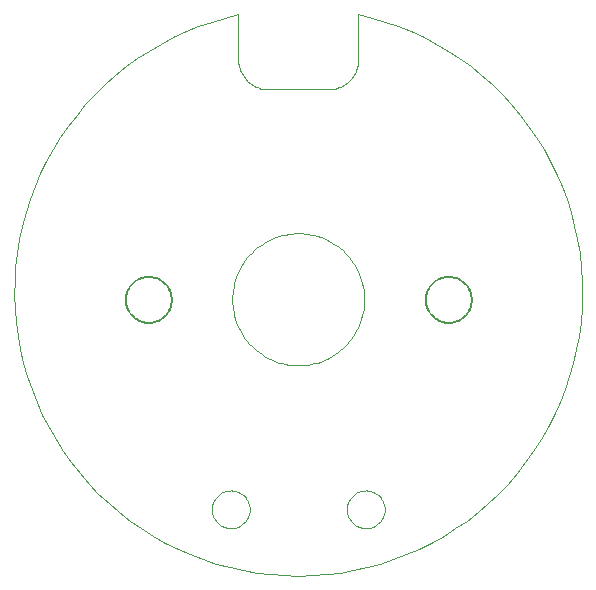
<source format=gbo>
G75*
G70*
%OFA0B0*%
%FSLAX24Y24*%
%IPPOS*%
%LPD*%
%AMOC8*
5,1,8,0,0,1.08239X$1,22.5*
%
%ADD10C,0.0010*%
%ADD11C,0.0000*%
D10*
X003797Y011402D02*
X003799Y011458D01*
X003805Y011513D01*
X003815Y011568D01*
X003829Y011622D01*
X003846Y011675D01*
X003867Y011726D01*
X003892Y011776D01*
X003921Y011824D01*
X003953Y011869D01*
X003988Y011913D01*
X004025Y011954D01*
X004066Y011991D01*
X004110Y012026D01*
X004155Y012058D01*
X004203Y012087D01*
X004253Y012112D01*
X004304Y012133D01*
X004357Y012150D01*
X004411Y012164D01*
X004466Y012174D01*
X004521Y012180D01*
X004577Y012182D01*
X004633Y012180D01*
X004688Y012174D01*
X004743Y012164D01*
X004797Y012150D01*
X004850Y012133D01*
X004901Y012112D01*
X004951Y012087D01*
X004999Y012058D01*
X005044Y012026D01*
X005088Y011991D01*
X005129Y011954D01*
X005166Y011913D01*
X005201Y011869D01*
X005233Y011824D01*
X005262Y011776D01*
X005287Y011726D01*
X005308Y011675D01*
X005325Y011622D01*
X005339Y011568D01*
X005349Y011513D01*
X005355Y011458D01*
X005357Y011402D01*
X005355Y011346D01*
X005349Y011291D01*
X005339Y011236D01*
X005325Y011182D01*
X005308Y011129D01*
X005287Y011078D01*
X005262Y011028D01*
X005233Y010980D01*
X005201Y010935D01*
X005166Y010891D01*
X005129Y010850D01*
X005088Y010813D01*
X005044Y010778D01*
X004999Y010746D01*
X004951Y010717D01*
X004901Y010692D01*
X004850Y010671D01*
X004797Y010654D01*
X004743Y010640D01*
X004688Y010630D01*
X004633Y010624D01*
X004577Y010622D01*
X004521Y010624D01*
X004466Y010630D01*
X004411Y010640D01*
X004357Y010654D01*
X004304Y010671D01*
X004253Y010692D01*
X004203Y010717D01*
X004155Y010746D01*
X004110Y010778D01*
X004066Y010813D01*
X004025Y010850D01*
X003988Y010891D01*
X003953Y010935D01*
X003921Y010980D01*
X003892Y011028D01*
X003867Y011078D01*
X003846Y011129D01*
X003829Y011182D01*
X003815Y011236D01*
X003805Y011291D01*
X003799Y011346D01*
X003797Y011402D01*
X007377Y011402D02*
X007380Y011510D01*
X007388Y011618D01*
X007401Y011725D01*
X007419Y011831D01*
X007443Y011937D01*
X007472Y012041D01*
X007506Y012143D01*
X007544Y012244D01*
X007588Y012343D01*
X007637Y012439D01*
X007690Y012533D01*
X007748Y012624D01*
X007810Y012713D01*
X007876Y012798D01*
X007947Y012879D01*
X008021Y012958D01*
X008100Y013032D01*
X008181Y013103D01*
X008266Y013169D01*
X008355Y013231D01*
X008446Y013289D01*
X008540Y013342D01*
X008636Y013391D01*
X008735Y013435D01*
X008836Y013473D01*
X008938Y013507D01*
X009042Y013536D01*
X009148Y013560D01*
X009254Y013578D01*
X009361Y013591D01*
X009469Y013599D01*
X009577Y013602D01*
X009685Y013599D01*
X009793Y013591D01*
X009900Y013578D01*
X010006Y013560D01*
X010112Y013536D01*
X010216Y013507D01*
X010318Y013473D01*
X010419Y013435D01*
X010518Y013391D01*
X010614Y013342D01*
X010708Y013289D01*
X010799Y013231D01*
X010888Y013169D01*
X010973Y013103D01*
X011054Y013032D01*
X011133Y012958D01*
X011207Y012879D01*
X011278Y012798D01*
X011344Y012713D01*
X011406Y012624D01*
X011464Y012533D01*
X011517Y012439D01*
X011566Y012343D01*
X011610Y012244D01*
X011648Y012143D01*
X011682Y012041D01*
X011711Y011937D01*
X011735Y011831D01*
X011753Y011725D01*
X011766Y011618D01*
X011774Y011510D01*
X011777Y011402D01*
X011774Y011294D01*
X011766Y011186D01*
X011753Y011079D01*
X011735Y010973D01*
X011711Y010867D01*
X011682Y010763D01*
X011648Y010661D01*
X011610Y010560D01*
X011566Y010461D01*
X011517Y010365D01*
X011464Y010271D01*
X011406Y010180D01*
X011344Y010091D01*
X011278Y010006D01*
X011207Y009925D01*
X011133Y009846D01*
X011054Y009772D01*
X010973Y009701D01*
X010888Y009635D01*
X010799Y009573D01*
X010708Y009515D01*
X010614Y009462D01*
X010518Y009413D01*
X010419Y009369D01*
X010318Y009331D01*
X010216Y009297D01*
X010112Y009268D01*
X010006Y009244D01*
X009900Y009226D01*
X009793Y009213D01*
X009685Y009205D01*
X009577Y009202D01*
X009469Y009205D01*
X009361Y009213D01*
X009254Y009226D01*
X009148Y009244D01*
X009042Y009268D01*
X008938Y009297D01*
X008836Y009331D01*
X008735Y009369D01*
X008636Y009413D01*
X008540Y009462D01*
X008446Y009515D01*
X008355Y009573D01*
X008266Y009635D01*
X008181Y009701D01*
X008100Y009772D01*
X008021Y009846D01*
X007947Y009925D01*
X007876Y010006D01*
X007810Y010091D01*
X007748Y010180D01*
X007690Y010271D01*
X007637Y010365D01*
X007588Y010461D01*
X007544Y010560D01*
X007506Y010661D01*
X007472Y010763D01*
X007443Y010867D01*
X007419Y010973D01*
X007401Y011079D01*
X007388Y011186D01*
X007380Y011294D01*
X007377Y011402D01*
X007577Y020902D02*
X007128Y020794D01*
X006685Y020663D01*
X006249Y020511D01*
X005820Y020338D01*
X005401Y020145D01*
X004992Y019931D01*
X004593Y019697D01*
X004206Y019445D01*
X003833Y019173D01*
X003473Y018884D01*
X003127Y018578D01*
X002797Y018255D01*
X002483Y017916D01*
X002185Y017562D01*
X001906Y017195D01*
X001645Y016814D01*
X001402Y016421D01*
X001179Y016016D01*
X000976Y015601D01*
X000794Y015177D01*
X000632Y014744D01*
X000492Y014304D01*
X000374Y013858D01*
X000277Y013406D01*
X000202Y012950D01*
X000150Y012491D01*
X000121Y012030D01*
X000113Y011568D01*
X000129Y011107D01*
X000167Y010646D01*
X000227Y010188D01*
X000309Y009734D01*
X000414Y009284D01*
X000541Y008840D01*
X000688Y008402D01*
X000858Y007972D01*
X001048Y007551D01*
X001258Y007140D01*
X001488Y006739D01*
X001737Y006351D01*
X002005Y005974D01*
X002291Y005612D01*
X002595Y005263D01*
X002915Y004930D01*
X003251Y004613D01*
X003601Y004313D01*
X003967Y004030D01*
X004345Y003766D01*
X004736Y003520D01*
X005139Y003293D01*
X005552Y003087D01*
X005975Y002900D01*
X006406Y002735D01*
X006845Y002591D01*
X007290Y002468D01*
X007741Y002368D01*
X008196Y002289D01*
X008655Y002233D01*
X009115Y002199D01*
X009577Y002188D01*
X010039Y002199D01*
X010499Y002233D01*
X010958Y002289D01*
X011413Y002368D01*
X011864Y002468D01*
X012309Y002591D01*
X012748Y002735D01*
X013179Y002900D01*
X013602Y003087D01*
X014015Y003293D01*
X014418Y003520D01*
X014809Y003766D01*
X015187Y004030D01*
X015553Y004313D01*
X015903Y004613D01*
X016239Y004930D01*
X016559Y005263D01*
X016863Y005612D01*
X017149Y005974D01*
X017417Y006351D01*
X017666Y006739D01*
X017896Y007140D01*
X018106Y007551D01*
X018296Y007972D01*
X018466Y008402D01*
X018613Y008840D01*
X018740Y009284D01*
X018845Y009734D01*
X018927Y010188D01*
X018987Y010646D01*
X019025Y011107D01*
X019041Y011568D01*
X019033Y012030D01*
X019004Y012491D01*
X018952Y012950D01*
X018877Y013406D01*
X018780Y013858D01*
X018662Y014304D01*
X018522Y014744D01*
X018360Y015177D01*
X018178Y015601D01*
X017975Y016016D01*
X017752Y016421D01*
X017509Y016814D01*
X017248Y017195D01*
X016969Y017562D01*
X016671Y017916D01*
X016357Y018255D01*
X016027Y018578D01*
X015681Y018884D01*
X015321Y019173D01*
X014948Y019445D01*
X014561Y019697D01*
X014162Y019931D01*
X013753Y020145D01*
X013334Y020338D01*
X012905Y020511D01*
X012469Y020663D01*
X012026Y020794D01*
X011577Y020902D01*
X011577Y019402D01*
X011575Y019342D01*
X011570Y019281D01*
X011561Y019222D01*
X011548Y019163D01*
X011532Y019104D01*
X011512Y019047D01*
X011489Y018992D01*
X011462Y018937D01*
X011433Y018885D01*
X011400Y018834D01*
X011364Y018785D01*
X011326Y018739D01*
X011284Y018695D01*
X011240Y018653D01*
X011194Y018615D01*
X011145Y018579D01*
X011094Y018546D01*
X011042Y018517D01*
X010987Y018490D01*
X010932Y018467D01*
X010875Y018447D01*
X010816Y018431D01*
X010757Y018418D01*
X010698Y018409D01*
X010637Y018404D01*
X010577Y018402D01*
X008577Y018402D01*
X008517Y018404D01*
X008456Y018409D01*
X008397Y018418D01*
X008338Y018431D01*
X008279Y018447D01*
X008222Y018467D01*
X008167Y018490D01*
X008112Y018517D01*
X008060Y018546D01*
X008009Y018579D01*
X007960Y018615D01*
X007914Y018653D01*
X007870Y018695D01*
X007828Y018739D01*
X007790Y018785D01*
X007754Y018834D01*
X007721Y018885D01*
X007692Y018937D01*
X007665Y018992D01*
X007642Y019047D01*
X007622Y019104D01*
X007606Y019163D01*
X007593Y019222D01*
X007584Y019281D01*
X007579Y019342D01*
X007577Y019402D01*
X007577Y020902D01*
X013797Y011402D02*
X013799Y011458D01*
X013805Y011513D01*
X013815Y011568D01*
X013829Y011622D01*
X013846Y011675D01*
X013867Y011726D01*
X013892Y011776D01*
X013921Y011824D01*
X013953Y011869D01*
X013988Y011913D01*
X014025Y011954D01*
X014066Y011991D01*
X014110Y012026D01*
X014155Y012058D01*
X014203Y012087D01*
X014253Y012112D01*
X014304Y012133D01*
X014357Y012150D01*
X014411Y012164D01*
X014466Y012174D01*
X014521Y012180D01*
X014577Y012182D01*
X014633Y012180D01*
X014688Y012174D01*
X014743Y012164D01*
X014797Y012150D01*
X014850Y012133D01*
X014901Y012112D01*
X014951Y012087D01*
X014999Y012058D01*
X015044Y012026D01*
X015088Y011991D01*
X015129Y011954D01*
X015166Y011913D01*
X015201Y011869D01*
X015233Y011824D01*
X015262Y011776D01*
X015287Y011726D01*
X015308Y011675D01*
X015325Y011622D01*
X015339Y011568D01*
X015349Y011513D01*
X015355Y011458D01*
X015357Y011402D01*
X015355Y011346D01*
X015349Y011291D01*
X015339Y011236D01*
X015325Y011182D01*
X015308Y011129D01*
X015287Y011078D01*
X015262Y011028D01*
X015233Y010980D01*
X015201Y010935D01*
X015166Y010891D01*
X015129Y010850D01*
X015088Y010813D01*
X015044Y010778D01*
X014999Y010746D01*
X014951Y010717D01*
X014901Y010692D01*
X014850Y010671D01*
X014797Y010654D01*
X014743Y010640D01*
X014688Y010630D01*
X014633Y010624D01*
X014577Y010622D01*
X014521Y010624D01*
X014466Y010630D01*
X014411Y010640D01*
X014357Y010654D01*
X014304Y010671D01*
X014253Y010692D01*
X014203Y010717D01*
X014155Y010746D01*
X014110Y010778D01*
X014066Y010813D01*
X014025Y010850D01*
X013988Y010891D01*
X013953Y010935D01*
X013921Y010980D01*
X013892Y011028D01*
X013867Y011078D01*
X013846Y011129D01*
X013829Y011182D01*
X013815Y011236D01*
X013805Y011291D01*
X013799Y011346D01*
X013797Y011402D01*
D11*
X006697Y004402D02*
X006699Y004452D01*
X006705Y004502D01*
X006715Y004551D01*
X006729Y004599D01*
X006746Y004646D01*
X006767Y004691D01*
X006792Y004735D01*
X006820Y004776D01*
X006852Y004815D01*
X006886Y004852D01*
X006923Y004886D01*
X006963Y004916D01*
X007005Y004943D01*
X007049Y004967D01*
X007095Y004988D01*
X007142Y005004D01*
X007190Y005017D01*
X007240Y005026D01*
X007289Y005031D01*
X007340Y005032D01*
X007390Y005029D01*
X007439Y005022D01*
X007488Y005011D01*
X007536Y004996D01*
X007582Y004978D01*
X007627Y004956D01*
X007670Y004930D01*
X007711Y004901D01*
X007750Y004869D01*
X007786Y004834D01*
X007818Y004796D01*
X007848Y004756D01*
X007875Y004713D01*
X007898Y004669D01*
X007917Y004623D01*
X007933Y004575D01*
X007945Y004526D01*
X007953Y004477D01*
X007957Y004427D01*
X007957Y004377D01*
X007953Y004327D01*
X007945Y004278D01*
X007933Y004229D01*
X007917Y004181D01*
X007898Y004135D01*
X007875Y004091D01*
X007848Y004048D01*
X007818Y004008D01*
X007786Y003970D01*
X007750Y003935D01*
X007711Y003903D01*
X007670Y003874D01*
X007627Y003848D01*
X007582Y003826D01*
X007536Y003808D01*
X007488Y003793D01*
X007439Y003782D01*
X007390Y003775D01*
X007340Y003772D01*
X007289Y003773D01*
X007240Y003778D01*
X007190Y003787D01*
X007142Y003800D01*
X007095Y003816D01*
X007049Y003837D01*
X007005Y003861D01*
X006963Y003888D01*
X006923Y003918D01*
X006886Y003952D01*
X006852Y003989D01*
X006820Y004028D01*
X006792Y004069D01*
X006767Y004113D01*
X006746Y004158D01*
X006729Y004205D01*
X006715Y004253D01*
X006705Y004302D01*
X006699Y004352D01*
X006697Y004402D01*
X011197Y004402D02*
X011199Y004452D01*
X011205Y004502D01*
X011215Y004551D01*
X011229Y004599D01*
X011246Y004646D01*
X011267Y004691D01*
X011292Y004735D01*
X011320Y004776D01*
X011352Y004815D01*
X011386Y004852D01*
X011423Y004886D01*
X011463Y004916D01*
X011505Y004943D01*
X011549Y004967D01*
X011595Y004988D01*
X011642Y005004D01*
X011690Y005017D01*
X011740Y005026D01*
X011789Y005031D01*
X011840Y005032D01*
X011890Y005029D01*
X011939Y005022D01*
X011988Y005011D01*
X012036Y004996D01*
X012082Y004978D01*
X012127Y004956D01*
X012170Y004930D01*
X012211Y004901D01*
X012250Y004869D01*
X012286Y004834D01*
X012318Y004796D01*
X012348Y004756D01*
X012375Y004713D01*
X012398Y004669D01*
X012417Y004623D01*
X012433Y004575D01*
X012445Y004526D01*
X012453Y004477D01*
X012457Y004427D01*
X012457Y004377D01*
X012453Y004327D01*
X012445Y004278D01*
X012433Y004229D01*
X012417Y004181D01*
X012398Y004135D01*
X012375Y004091D01*
X012348Y004048D01*
X012318Y004008D01*
X012286Y003970D01*
X012250Y003935D01*
X012211Y003903D01*
X012170Y003874D01*
X012127Y003848D01*
X012082Y003826D01*
X012036Y003808D01*
X011988Y003793D01*
X011939Y003782D01*
X011890Y003775D01*
X011840Y003772D01*
X011789Y003773D01*
X011740Y003778D01*
X011690Y003787D01*
X011642Y003800D01*
X011595Y003816D01*
X011549Y003837D01*
X011505Y003861D01*
X011463Y003888D01*
X011423Y003918D01*
X011386Y003952D01*
X011352Y003989D01*
X011320Y004028D01*
X011292Y004069D01*
X011267Y004113D01*
X011246Y004158D01*
X011229Y004205D01*
X011215Y004253D01*
X011205Y004302D01*
X011199Y004352D01*
X011197Y004402D01*
X013827Y011402D02*
X013829Y011456D01*
X013835Y011510D01*
X013845Y011563D01*
X013858Y011616D01*
X013875Y011667D01*
X013896Y011717D01*
X013921Y011765D01*
X013949Y011812D01*
X013980Y011856D01*
X014014Y011898D01*
X014051Y011937D01*
X014091Y011974D01*
X014134Y012007D01*
X014179Y012038D01*
X014226Y012065D01*
X014274Y012088D01*
X014325Y012108D01*
X014376Y012125D01*
X014429Y012137D01*
X014482Y012146D01*
X014536Y012151D01*
X014591Y012152D01*
X014645Y012149D01*
X014698Y012142D01*
X014751Y012131D01*
X014804Y012117D01*
X014855Y012099D01*
X014904Y012077D01*
X014952Y012052D01*
X014998Y012023D01*
X015042Y011991D01*
X015083Y011956D01*
X015121Y011918D01*
X015157Y011877D01*
X015190Y011834D01*
X015220Y011789D01*
X015246Y011741D01*
X015269Y011692D01*
X015288Y011641D01*
X015303Y011590D01*
X015315Y011537D01*
X015323Y011483D01*
X015327Y011429D01*
X015327Y011375D01*
X015323Y011321D01*
X015315Y011267D01*
X015303Y011214D01*
X015288Y011163D01*
X015269Y011112D01*
X015246Y011063D01*
X015220Y011015D01*
X015190Y010970D01*
X015157Y010927D01*
X015121Y010886D01*
X015083Y010848D01*
X015042Y010813D01*
X014998Y010781D01*
X014952Y010752D01*
X014904Y010727D01*
X014855Y010705D01*
X014804Y010687D01*
X014751Y010673D01*
X014698Y010662D01*
X014645Y010655D01*
X014591Y010652D01*
X014536Y010653D01*
X014482Y010658D01*
X014429Y010667D01*
X014376Y010679D01*
X014325Y010696D01*
X014274Y010716D01*
X014226Y010739D01*
X014179Y010766D01*
X014134Y010797D01*
X014091Y010830D01*
X014051Y010867D01*
X014014Y010906D01*
X013980Y010948D01*
X013949Y010992D01*
X013921Y011039D01*
X013896Y011087D01*
X013875Y011137D01*
X013858Y011188D01*
X013845Y011241D01*
X013835Y011294D01*
X013829Y011348D01*
X013827Y011402D01*
X003827Y011402D02*
X003829Y011456D01*
X003835Y011510D01*
X003845Y011563D01*
X003858Y011616D01*
X003875Y011667D01*
X003896Y011717D01*
X003921Y011765D01*
X003949Y011812D01*
X003980Y011856D01*
X004014Y011898D01*
X004051Y011937D01*
X004091Y011974D01*
X004134Y012007D01*
X004179Y012038D01*
X004226Y012065D01*
X004274Y012088D01*
X004325Y012108D01*
X004376Y012125D01*
X004429Y012137D01*
X004482Y012146D01*
X004536Y012151D01*
X004591Y012152D01*
X004645Y012149D01*
X004698Y012142D01*
X004751Y012131D01*
X004804Y012117D01*
X004855Y012099D01*
X004904Y012077D01*
X004952Y012052D01*
X004998Y012023D01*
X005042Y011991D01*
X005083Y011956D01*
X005121Y011918D01*
X005157Y011877D01*
X005190Y011834D01*
X005220Y011789D01*
X005246Y011741D01*
X005269Y011692D01*
X005288Y011641D01*
X005303Y011590D01*
X005315Y011537D01*
X005323Y011483D01*
X005327Y011429D01*
X005327Y011375D01*
X005323Y011321D01*
X005315Y011267D01*
X005303Y011214D01*
X005288Y011163D01*
X005269Y011112D01*
X005246Y011063D01*
X005220Y011015D01*
X005190Y010970D01*
X005157Y010927D01*
X005121Y010886D01*
X005083Y010848D01*
X005042Y010813D01*
X004998Y010781D01*
X004952Y010752D01*
X004904Y010727D01*
X004855Y010705D01*
X004804Y010687D01*
X004751Y010673D01*
X004698Y010662D01*
X004645Y010655D01*
X004591Y010652D01*
X004536Y010653D01*
X004482Y010658D01*
X004429Y010667D01*
X004376Y010679D01*
X004325Y010696D01*
X004274Y010716D01*
X004226Y010739D01*
X004179Y010766D01*
X004134Y010797D01*
X004091Y010830D01*
X004051Y010867D01*
X004014Y010906D01*
X003980Y010948D01*
X003949Y010992D01*
X003921Y011039D01*
X003896Y011087D01*
X003875Y011137D01*
X003858Y011188D01*
X003845Y011241D01*
X003835Y011294D01*
X003829Y011348D01*
X003827Y011402D01*
M02*

</source>
